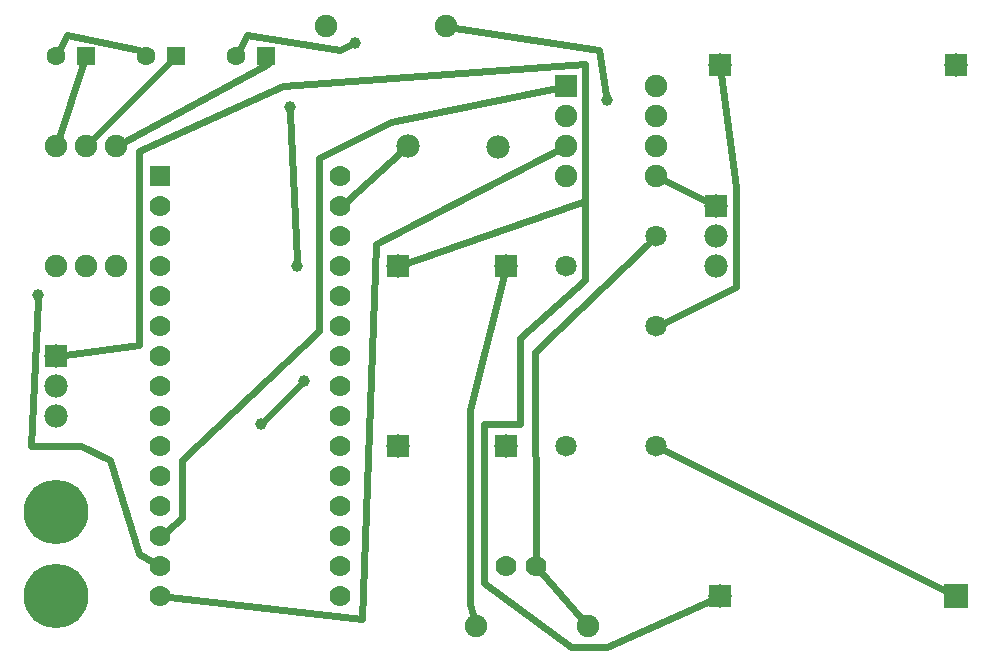
<source format=gbl>
G04 MADE WITH FRITZING*
G04 WWW.FRITZING.ORG*
G04 DOUBLE SIDED*
G04 HOLES PLATED*
G04 CONTOUR ON CENTER OF CONTOUR VECTOR*
%ASAXBY*%
%FSLAX23Y23*%
%MOIN*%
%OFA0B0*%
%SFA1.0B1.0*%
%ADD10C,0.070000*%
%ADD11C,0.062992*%
%ADD12C,0.075000*%
%ADD13C,0.078000*%
%ADD14C,0.075118*%
%ADD15C,0.071181*%
%ADD16C,0.215056*%
%ADD17C,0.039370*%
%ADD18R,0.069972X0.070000*%
%ADD19R,0.062992X0.062992*%
%ADD20R,0.080000X0.080000*%
%ADD21R,0.078000X0.078000*%
%ADD22R,0.075000X0.075000*%
%ADD23R,0.077806X0.077630*%
%ADD24C,0.024000*%
%ADD25R,0.001000X0.001000*%
%LNCOPPER0*%
G90*
G70*
G54D10*
X492Y1646D03*
X492Y1546D03*
X492Y1446D03*
X492Y1346D03*
X492Y1246D03*
X492Y1146D03*
X492Y1046D03*
X492Y946D03*
X492Y846D03*
X492Y746D03*
X492Y646D03*
X492Y546D03*
X492Y446D03*
X492Y346D03*
X492Y246D03*
X1092Y1646D03*
X1092Y1546D03*
X1092Y1446D03*
X1092Y1346D03*
X1092Y1246D03*
X1092Y1146D03*
X1092Y1046D03*
X1092Y946D03*
X1092Y846D03*
X1092Y746D03*
X1092Y646D03*
X1092Y546D03*
X1092Y446D03*
X1092Y346D03*
X1092Y246D03*
G54D11*
X544Y2046D03*
X446Y2046D03*
X844Y2046D03*
X746Y2046D03*
X244Y2046D03*
X146Y2046D03*
G54D12*
X244Y1346D03*
X244Y1746D03*
X144Y1346D03*
X144Y1746D03*
X344Y1346D03*
X344Y1746D03*
G54D13*
X2357Y246D03*
X3144Y246D03*
X2357Y2018D03*
X3145Y2018D03*
G54D12*
X1844Y1946D03*
X2144Y1946D03*
X1844Y1846D03*
X2144Y1846D03*
X1844Y1746D03*
X2144Y1746D03*
X1844Y1646D03*
X2144Y1646D03*
G54D13*
X2344Y1546D03*
X2344Y1446D03*
X2344Y1346D03*
G54D12*
X1444Y2146D03*
X1044Y2146D03*
G54D14*
X1918Y146D03*
X1544Y146D03*
G54D15*
X1844Y1346D03*
X1844Y746D03*
X2144Y746D03*
X2144Y1446D03*
X2144Y1146D03*
G54D10*
X1745Y346D03*
X1644Y346D03*
G54D13*
X144Y1046D03*
X144Y946D03*
X144Y846D03*
G54D16*
X144Y246D03*
X144Y528D03*
G54D13*
X1644Y1346D03*
X1284Y1346D03*
X1284Y746D03*
X1644Y746D03*
X1318Y1746D03*
X1618Y1745D03*
G54D17*
X84Y1252D03*
X924Y1876D03*
X948Y1348D03*
X1980Y1900D03*
X1140Y2092D03*
X828Y820D03*
X972Y964D03*
G54D18*
X492Y1646D03*
G54D19*
X544Y2046D03*
X844Y2046D03*
X244Y2046D03*
G54D20*
X3145Y247D03*
G54D21*
X2357Y247D03*
X2357Y2018D03*
X3144Y2018D03*
G54D22*
X1844Y1946D03*
G54D21*
X2344Y1546D03*
X144Y1046D03*
G54D23*
X1285Y746D03*
X1644Y746D03*
X1645Y1346D03*
X1285Y1346D03*
G54D24*
X2170Y1633D02*
X2318Y1560D01*
D02*
X236Y2021D02*
X153Y1773D01*
D02*
X852Y2020D02*
X852Y2020D01*
X852Y2020D02*
X370Y1760D01*
D02*
X525Y2027D02*
X265Y1766D01*
D02*
X1762Y326D02*
X1893Y175D01*
D02*
X2118Y1421D02*
X1740Y1060D01*
X1740Y1060D02*
X1744Y372D01*
D02*
X2361Y1988D02*
X2412Y1612D01*
X2412Y1612D02*
X2412Y1276D01*
X2412Y1276D02*
X2177Y1162D01*
D02*
X467Y361D02*
X420Y388D01*
X420Y388D02*
X324Y700D01*
X324Y700D02*
X228Y748D01*
X228Y748D02*
X60Y748D01*
X60Y748D02*
X83Y1233D01*
D02*
X514Y465D02*
X564Y508D01*
X564Y508D02*
X564Y700D01*
X564Y700D02*
X1020Y1132D01*
X1020Y1132D02*
X1020Y1708D01*
X1020Y1708D02*
X1260Y1828D01*
X1260Y1828D02*
X1816Y1940D01*
D02*
X174Y1050D02*
X420Y1084D01*
X420Y1084D02*
X420Y1732D01*
X420Y1732D02*
X900Y1948D01*
X900Y1948D02*
X1908Y2020D01*
X1908Y2020D02*
X1908Y1564D01*
X1908Y1564D02*
X1313Y1356D01*
D02*
X2330Y234D02*
X1980Y76D01*
X1980Y76D02*
X1860Y76D01*
X1860Y76D02*
X1572Y292D01*
X1572Y292D02*
X1572Y820D01*
X1572Y820D02*
X1692Y820D01*
X1692Y820D02*
X1692Y1108D01*
X1692Y1108D02*
X1908Y1300D01*
X1908Y1300D02*
X1908Y1564D01*
D02*
X925Y1857D02*
X947Y1367D01*
D02*
X1473Y2142D02*
X1956Y2068D01*
X1956Y2068D02*
X1977Y1919D01*
D02*
X521Y243D02*
X1164Y172D01*
X1164Y172D02*
X1212Y1420D01*
X1212Y1420D02*
X1819Y1733D01*
D02*
X1637Y1317D02*
X1524Y868D01*
X1524Y868D02*
X1524Y220D01*
X1524Y220D02*
X1534Y183D01*
D02*
X1114Y1565D02*
X1296Y1726D01*
D02*
X758Y2070D02*
X780Y2116D01*
X780Y2116D02*
X1092Y2068D01*
X1092Y2068D02*
X1123Y2084D01*
D02*
X158Y2070D02*
X180Y2116D01*
X180Y2116D02*
X420Y2068D01*
X420Y2068D02*
X426Y2064D01*
D02*
X3118Y260D02*
X2177Y730D01*
D02*
X841Y834D02*
X959Y951D01*
G54D25*
D02*
G04 End of Copper0*
M02*
</source>
